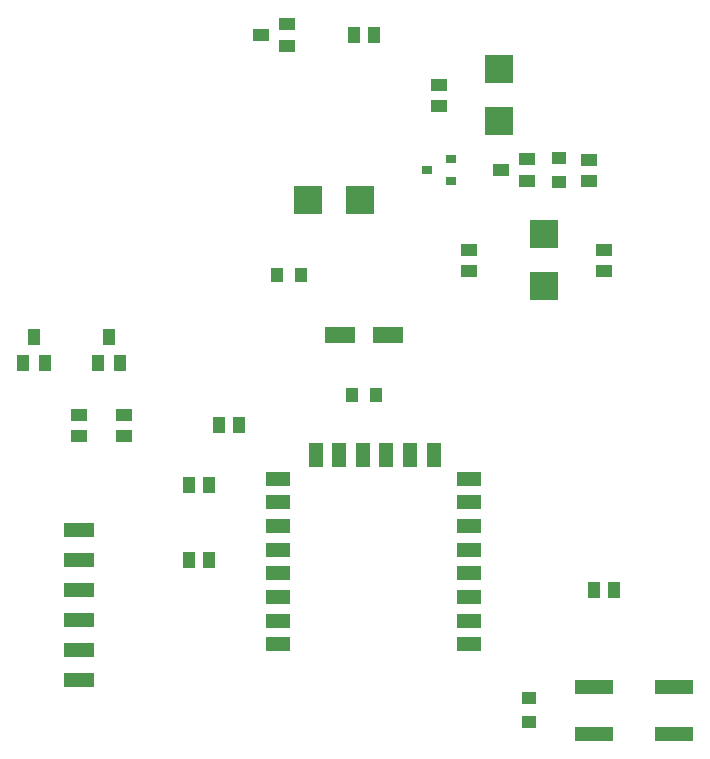
<source format=gtp>
G75*
G70*
%OFA0B0*%
%FSLAX24Y24*%
%IPPOS*%
%LPD*%
%AMOC8*
5,1,8,0,0,1.08239X$1,22.5*
%
%ADD10R,0.0394X0.0492*%
%ADD11R,0.0492X0.0394*%
%ADD12R,0.0945X0.0945*%
%ADD13R,0.0787X0.0472*%
%ADD14R,0.0472X0.0787*%
%ADD15R,0.0354X0.0315*%
%ADD16R,0.0551X0.0394*%
%ADD17R,0.0551X0.0433*%
%ADD18R,0.0433X0.0551*%
%ADD19R,0.1024X0.0551*%
%ADD20R,0.1000X0.0500*%
%ADD21R,0.1260X0.0472*%
%ADD22R,0.0394X0.0551*%
D10*
X016786Y017680D03*
X017574Y017680D03*
X015074Y021680D03*
X014286Y021680D03*
D11*
X023680Y024786D03*
X023680Y025574D03*
X022680Y007574D03*
X022680Y006786D03*
D12*
X023180Y021314D03*
X023180Y023046D03*
X021680Y026814D03*
X021680Y028546D03*
X017046Y024180D03*
X015314Y024180D03*
D13*
X014302Y014893D03*
X014302Y014105D03*
X014302Y013318D03*
X014302Y012530D03*
X014302Y011743D03*
X014302Y010956D03*
X014302Y010168D03*
X014302Y009381D03*
X020680Y009381D03*
X020680Y010168D03*
X020680Y010956D03*
X020680Y011743D03*
X020680Y012530D03*
X020680Y013318D03*
X020680Y014105D03*
X020680Y014893D03*
D14*
X019499Y015680D03*
X018711Y015680D03*
X017924Y015680D03*
X017137Y015680D03*
X016349Y015680D03*
X015562Y015680D03*
D15*
X020074Y024806D03*
X020074Y025554D03*
X019286Y025180D03*
D16*
X021747Y025180D03*
X022613Y024806D03*
X022613Y025554D03*
X014613Y029306D03*
X014613Y030054D03*
X013747Y029680D03*
D17*
X019680Y028024D03*
X019680Y027336D03*
X024680Y025524D03*
X024680Y024836D03*
X025180Y022524D03*
X025180Y021836D03*
X020680Y021836D03*
X020680Y022524D03*
X009180Y017024D03*
X009180Y016336D03*
X007680Y016336D03*
X007680Y017024D03*
D18*
X011336Y014680D03*
X012024Y014680D03*
X012336Y016680D03*
X013024Y016680D03*
X012024Y012180D03*
X011336Y012180D03*
X024836Y011180D03*
X025524Y011180D03*
X017524Y029680D03*
X016836Y029680D03*
D19*
X016373Y019680D03*
X017987Y019680D03*
D20*
X007680Y008180D03*
X007680Y009180D03*
X007680Y010180D03*
X007680Y011180D03*
X007680Y012180D03*
X007680Y013180D03*
D21*
X024841Y007967D03*
X024841Y006393D03*
X027519Y006393D03*
X027519Y007967D03*
D22*
X009054Y018747D03*
X008306Y018747D03*
X008680Y019613D03*
X006554Y018747D03*
X005806Y018747D03*
X006180Y019613D03*
M02*

</source>
